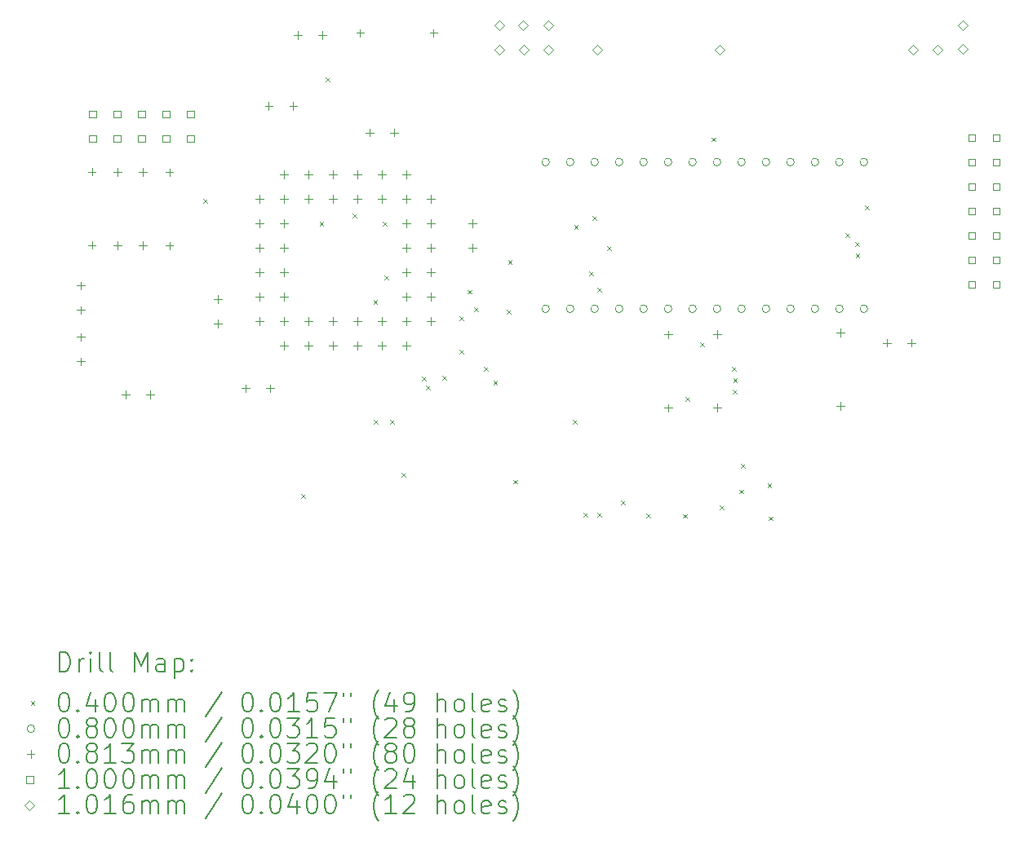
<source format=gbr>
%TF.GenerationSoftware,KiCad,Pcbnew,(6.0.7)*%
%TF.CreationDate,2022-11-17T13:34:49+00:00*%
%TF.ProjectId,msxpi,6d737870-692e-46b6-9963-61645f706362,rev?*%
%TF.SameCoordinates,Original*%
%TF.FileFunction,Drillmap*%
%TF.FilePolarity,Positive*%
%FSLAX45Y45*%
G04 Gerber Fmt 4.5, Leading zero omitted, Abs format (unit mm)*
G04 Created by KiCad (PCBNEW (6.0.7)) date 2022-11-17 13:34:49*
%MOMM*%
%LPD*%
G01*
G04 APERTURE LIST*
%ADD10C,0.200000*%
%ADD11C,0.040000*%
%ADD12C,0.080000*%
%ADD13C,0.081280*%
%ADD14C,0.100000*%
%ADD15C,0.101600*%
G04 APERTURE END LIST*
D10*
D11*
X11559860Y-9108760D02*
X11599860Y-9148760D01*
X11599860Y-9108760D02*
X11559860Y-9148760D01*
X12578400Y-12172000D02*
X12618400Y-12212000D01*
X12618400Y-12172000D02*
X12578400Y-12212000D01*
X12766360Y-9343530D02*
X12806360Y-9383530D01*
X12806360Y-9343530D02*
X12766360Y-9383530D01*
X12827320Y-7848920D02*
X12867320Y-7888920D01*
X12867320Y-7848920D02*
X12827320Y-7888920D01*
X13110820Y-9261160D02*
X13150820Y-9301160D01*
X13150820Y-9261160D02*
X13110820Y-9301160D01*
X13325160Y-10155240D02*
X13365160Y-10195240D01*
X13365160Y-10155240D02*
X13325160Y-10195240D01*
X13332780Y-11402380D02*
X13372780Y-11442380D01*
X13372780Y-11402380D02*
X13332780Y-11442380D01*
X13421680Y-9347520D02*
X13461680Y-9387520D01*
X13461680Y-9347520D02*
X13421680Y-9387520D01*
X13436920Y-9901240D02*
X13476920Y-9941240D01*
X13476920Y-9901240D02*
X13436920Y-9941240D01*
X13500420Y-11402380D02*
X13540420Y-11442380D01*
X13540420Y-11402380D02*
X13500420Y-11442380D01*
X13619122Y-11954238D02*
X13659122Y-11994238D01*
X13659122Y-11954238D02*
X13619122Y-11994238D01*
X13829319Y-10955112D02*
X13869319Y-10995112D01*
X13869319Y-10955112D02*
X13829319Y-10995112D01*
X13874094Y-11044830D02*
X13914094Y-11084830D01*
X13914094Y-11044830D02*
X13874094Y-11084830D01*
X14038900Y-10942640D02*
X14078900Y-10982640D01*
X14078900Y-10942640D02*
X14038900Y-10982640D01*
X14216700Y-10325420D02*
X14256700Y-10365420D01*
X14256700Y-10325420D02*
X14216700Y-10365420D01*
X14216700Y-10675940D02*
X14256700Y-10715940D01*
X14256700Y-10675940D02*
X14216700Y-10715940D01*
X14300520Y-10051100D02*
X14340520Y-10091100D01*
X14340520Y-10051100D02*
X14300520Y-10091100D01*
X14371640Y-10236520D02*
X14411640Y-10276520D01*
X14411640Y-10236520D02*
X14371640Y-10276520D01*
X14471970Y-10849930D02*
X14511970Y-10889930D01*
X14511970Y-10849930D02*
X14471970Y-10889930D01*
X14569760Y-10998520D02*
X14609760Y-11038520D01*
X14609760Y-10998520D02*
X14569760Y-11038520D01*
X14712000Y-10261920D02*
X14752000Y-10301920D01*
X14752000Y-10261920D02*
X14712000Y-10301920D01*
X14722160Y-9743760D02*
X14762160Y-9783760D01*
X14762160Y-9743760D02*
X14722160Y-9783760D01*
X14778040Y-12024680D02*
X14818040Y-12064680D01*
X14818040Y-12024680D02*
X14778040Y-12064680D01*
X15397800Y-11399840D02*
X15437800Y-11439840D01*
X15437800Y-11399840D02*
X15397800Y-11439840D01*
X15407960Y-9378000D02*
X15447960Y-9418000D01*
X15447960Y-9378000D02*
X15407960Y-9418000D01*
X15504480Y-12370120D02*
X15544480Y-12410120D01*
X15544480Y-12370120D02*
X15504480Y-12410120D01*
X15567980Y-9863140D02*
X15607980Y-9903140D01*
X15607980Y-9863140D02*
X15567980Y-9903140D01*
X15595920Y-9286560D02*
X15635920Y-9326560D01*
X15635920Y-9286560D02*
X15595920Y-9326560D01*
X15651800Y-10028240D02*
X15691800Y-10068240D01*
X15691800Y-10028240D02*
X15651800Y-10068240D01*
X15651800Y-12370120D02*
X15691800Y-12410120D01*
X15691800Y-12370120D02*
X15651800Y-12410120D01*
X15753400Y-9599470D02*
X15793400Y-9639470D01*
X15793400Y-9599470D02*
X15753400Y-9639470D01*
X15895640Y-12238040D02*
X15935640Y-12278040D01*
X15935640Y-12238040D02*
X15895640Y-12278040D01*
X16159800Y-12375200D02*
X16199800Y-12415200D01*
X16199800Y-12375200D02*
X16159800Y-12415200D01*
X16535720Y-12380280D02*
X16575720Y-12420280D01*
X16575720Y-12380280D02*
X16535720Y-12420280D01*
X16566200Y-11162730D02*
X16606200Y-11202730D01*
X16606200Y-11162730D02*
X16566200Y-11202730D01*
X16718600Y-10597200D02*
X16758600Y-10637200D01*
X16758600Y-10597200D02*
X16718600Y-10637200D01*
X16835440Y-8468680D02*
X16875440Y-8508680D01*
X16875440Y-8468680D02*
X16835440Y-8508680D01*
X16916720Y-12293920D02*
X16956720Y-12333920D01*
X16956720Y-12293920D02*
X16916720Y-12333920D01*
X17048800Y-10851200D02*
X17088800Y-10891200D01*
X17088800Y-10851200D02*
X17048800Y-10891200D01*
X17053880Y-11089960D02*
X17093880Y-11129960D01*
X17093880Y-11089960D02*
X17053880Y-11129960D01*
X17058960Y-10973120D02*
X17098960Y-11013120D01*
X17098960Y-10973120D02*
X17058960Y-11013120D01*
X17125000Y-12126280D02*
X17165000Y-12166280D01*
X17165000Y-12126280D02*
X17125000Y-12166280D01*
X17140240Y-11856990D02*
X17180240Y-11896990D01*
X17180240Y-11856990D02*
X17140240Y-11896990D01*
X17414560Y-12065320D02*
X17454560Y-12105320D01*
X17454560Y-12065320D02*
X17414560Y-12105320D01*
X17429800Y-12405680D02*
X17469800Y-12445680D01*
X17469800Y-12405680D02*
X17429800Y-12445680D01*
X18222280Y-9464360D02*
X18262280Y-9504360D01*
X18262280Y-9464360D02*
X18222280Y-9504360D01*
X18323880Y-9555800D02*
X18363880Y-9595800D01*
X18363880Y-9555800D02*
X18323880Y-9595800D01*
X18328960Y-9677720D02*
X18368960Y-9717720D01*
X18368960Y-9677720D02*
X18328960Y-9717720D01*
X18425480Y-9174800D02*
X18465480Y-9214800D01*
X18465480Y-9174800D02*
X18425480Y-9214800D01*
D12*
X15153000Y-8724900D02*
G75*
G03*
X15153000Y-8724900I-40000J0D01*
G01*
X15153000Y-10248900D02*
G75*
G03*
X15153000Y-10248900I-40000J0D01*
G01*
X15407000Y-8724900D02*
G75*
G03*
X15407000Y-8724900I-40000J0D01*
G01*
X15407000Y-10248900D02*
G75*
G03*
X15407000Y-10248900I-40000J0D01*
G01*
X15661000Y-8724900D02*
G75*
G03*
X15661000Y-8724900I-40000J0D01*
G01*
X15661000Y-10248900D02*
G75*
G03*
X15661000Y-10248900I-40000J0D01*
G01*
X15915000Y-8724900D02*
G75*
G03*
X15915000Y-8724900I-40000J0D01*
G01*
X15915000Y-10248900D02*
G75*
G03*
X15915000Y-10248900I-40000J0D01*
G01*
X16169000Y-8724900D02*
G75*
G03*
X16169000Y-8724900I-40000J0D01*
G01*
X16169000Y-10248900D02*
G75*
G03*
X16169000Y-10248900I-40000J0D01*
G01*
X16423000Y-8724900D02*
G75*
G03*
X16423000Y-8724900I-40000J0D01*
G01*
X16423000Y-10248900D02*
G75*
G03*
X16423000Y-10248900I-40000J0D01*
G01*
X16677000Y-8724900D02*
G75*
G03*
X16677000Y-8724900I-40000J0D01*
G01*
X16677000Y-10248900D02*
G75*
G03*
X16677000Y-10248900I-40000J0D01*
G01*
X16931000Y-8724900D02*
G75*
G03*
X16931000Y-8724900I-40000J0D01*
G01*
X16931000Y-10248900D02*
G75*
G03*
X16931000Y-10248900I-40000J0D01*
G01*
X17185000Y-8724900D02*
G75*
G03*
X17185000Y-8724900I-40000J0D01*
G01*
X17185000Y-10248900D02*
G75*
G03*
X17185000Y-10248900I-40000J0D01*
G01*
X17439000Y-8724900D02*
G75*
G03*
X17439000Y-8724900I-40000J0D01*
G01*
X17439000Y-10248900D02*
G75*
G03*
X17439000Y-10248900I-40000J0D01*
G01*
X17693000Y-8724900D02*
G75*
G03*
X17693000Y-8724900I-40000J0D01*
G01*
X17693000Y-10248900D02*
G75*
G03*
X17693000Y-10248900I-40000J0D01*
G01*
X17947000Y-8724900D02*
G75*
G03*
X17947000Y-8724900I-40000J0D01*
G01*
X17947000Y-10248900D02*
G75*
G03*
X17947000Y-10248900I-40000J0D01*
G01*
X18201000Y-8724900D02*
G75*
G03*
X18201000Y-8724900I-40000J0D01*
G01*
X18201000Y-10248900D02*
G75*
G03*
X18201000Y-10248900I-40000J0D01*
G01*
X18455000Y-8724900D02*
G75*
G03*
X18455000Y-8724900I-40000J0D01*
G01*
X18455000Y-10248900D02*
G75*
G03*
X18455000Y-10248900I-40000J0D01*
G01*
D13*
X10287000Y-9966960D02*
X10287000Y-10048240D01*
X10246360Y-10007600D02*
X10327640Y-10007600D01*
X10287000Y-10220960D02*
X10287000Y-10302240D01*
X10246360Y-10261600D02*
X10327640Y-10261600D01*
X10287000Y-10500360D02*
X10287000Y-10581640D01*
X10246360Y-10541000D02*
X10327640Y-10541000D01*
X10287000Y-10754360D02*
X10287000Y-10835640D01*
X10246360Y-10795000D02*
X10327640Y-10795000D01*
X10403840Y-8783320D02*
X10403840Y-8864600D01*
X10363200Y-8823960D02*
X10444480Y-8823960D01*
X10403840Y-9545320D02*
X10403840Y-9626600D01*
X10363200Y-9585960D02*
X10444480Y-9585960D01*
X10670540Y-8785860D02*
X10670540Y-8867140D01*
X10629900Y-8826500D02*
X10711180Y-8826500D01*
X10670540Y-9547860D02*
X10670540Y-9629140D01*
X10629900Y-9588500D02*
X10711180Y-9588500D01*
X10756900Y-11097260D02*
X10756900Y-11178540D01*
X10716260Y-11137900D02*
X10797540Y-11137900D01*
X10934700Y-8785860D02*
X10934700Y-8867140D01*
X10894060Y-8826500D02*
X10975340Y-8826500D01*
X10934700Y-9547860D02*
X10934700Y-9629140D01*
X10894060Y-9588500D02*
X10975340Y-9588500D01*
X11010900Y-11097260D02*
X11010900Y-11178540D01*
X10970260Y-11137900D02*
X11051540Y-11137900D01*
X11209020Y-8790940D02*
X11209020Y-8872220D01*
X11168380Y-8831580D02*
X11249660Y-8831580D01*
X11209020Y-9552940D02*
X11209020Y-9634220D01*
X11168380Y-9593580D02*
X11249660Y-9593580D01*
X11709400Y-10106660D02*
X11709400Y-10187940D01*
X11668760Y-10147300D02*
X11750040Y-10147300D01*
X11709400Y-10360660D02*
X11709400Y-10441940D01*
X11668760Y-10401300D02*
X11750040Y-10401300D01*
X12001500Y-11033760D02*
X12001500Y-11115040D01*
X11960860Y-11074400D02*
X12042140Y-11074400D01*
X12141200Y-9065260D02*
X12141200Y-9146540D01*
X12100560Y-9105900D02*
X12181840Y-9105900D01*
X12141200Y-9319260D02*
X12141200Y-9400540D01*
X12100560Y-9359900D02*
X12181840Y-9359900D01*
X12141200Y-9573260D02*
X12141200Y-9654540D01*
X12100560Y-9613900D02*
X12181840Y-9613900D01*
X12141200Y-9827260D02*
X12141200Y-9908540D01*
X12100560Y-9867900D02*
X12181840Y-9867900D01*
X12141200Y-10081260D02*
X12141200Y-10162540D01*
X12100560Y-10121900D02*
X12181840Y-10121900D01*
X12141200Y-10335260D02*
X12141200Y-10416540D01*
X12100560Y-10375900D02*
X12181840Y-10375900D01*
X12240260Y-8102600D02*
X12240260Y-8183880D01*
X12199620Y-8143240D02*
X12280900Y-8143240D01*
X12255500Y-11033760D02*
X12255500Y-11115040D01*
X12214860Y-11074400D02*
X12296140Y-11074400D01*
X12395200Y-8811260D02*
X12395200Y-8892540D01*
X12354560Y-8851900D02*
X12435840Y-8851900D01*
X12395200Y-9065260D02*
X12395200Y-9146540D01*
X12354560Y-9105900D02*
X12435840Y-9105900D01*
X12395200Y-9319260D02*
X12395200Y-9400540D01*
X12354560Y-9359900D02*
X12435840Y-9359900D01*
X12395200Y-9573260D02*
X12395200Y-9654540D01*
X12354560Y-9613900D02*
X12435840Y-9613900D01*
X12395200Y-9827260D02*
X12395200Y-9908540D01*
X12354560Y-9867900D02*
X12435840Y-9867900D01*
X12395200Y-10081260D02*
X12395200Y-10162540D01*
X12354560Y-10121900D02*
X12435840Y-10121900D01*
X12395200Y-10335260D02*
X12395200Y-10416540D01*
X12354560Y-10375900D02*
X12435840Y-10375900D01*
X12395200Y-10589260D02*
X12395200Y-10670540D01*
X12354560Y-10629900D02*
X12435840Y-10629900D01*
X12494260Y-8102600D02*
X12494260Y-8183880D01*
X12453620Y-8143240D02*
X12534900Y-8143240D01*
X12541250Y-7363460D02*
X12541250Y-7444740D01*
X12500610Y-7404100D02*
X12581890Y-7404100D01*
X12649200Y-8811260D02*
X12649200Y-8892540D01*
X12608560Y-8851900D02*
X12689840Y-8851900D01*
X12649200Y-9065260D02*
X12649200Y-9146540D01*
X12608560Y-9105900D02*
X12689840Y-9105900D01*
X12649200Y-10335260D02*
X12649200Y-10416540D01*
X12608560Y-10375900D02*
X12689840Y-10375900D01*
X12649200Y-10589260D02*
X12649200Y-10670540D01*
X12608560Y-10629900D02*
X12689840Y-10629900D01*
X12795250Y-7363460D02*
X12795250Y-7444740D01*
X12754610Y-7404100D02*
X12835890Y-7404100D01*
X12903200Y-8811260D02*
X12903200Y-8892540D01*
X12862560Y-8851900D02*
X12943840Y-8851900D01*
X12903200Y-9065260D02*
X12903200Y-9146540D01*
X12862560Y-9105900D02*
X12943840Y-9105900D01*
X12903200Y-10335260D02*
X12903200Y-10416540D01*
X12862560Y-10375900D02*
X12943840Y-10375900D01*
X12903200Y-10589260D02*
X12903200Y-10670540D01*
X12862560Y-10629900D02*
X12943840Y-10629900D01*
X13157200Y-8811260D02*
X13157200Y-8892540D01*
X13116560Y-8851900D02*
X13197840Y-8851900D01*
X13157200Y-9065260D02*
X13157200Y-9146540D01*
X13116560Y-9105900D02*
X13197840Y-9105900D01*
X13157200Y-10335260D02*
X13157200Y-10416540D01*
X13116560Y-10375900D02*
X13197840Y-10375900D01*
X13157200Y-10589260D02*
X13157200Y-10670540D01*
X13116560Y-10629900D02*
X13197840Y-10629900D01*
X13187680Y-7343140D02*
X13187680Y-7424420D01*
X13147040Y-7383780D02*
X13228320Y-7383780D01*
X13284200Y-8376920D02*
X13284200Y-8458200D01*
X13243560Y-8417560D02*
X13324840Y-8417560D01*
X13411200Y-8811260D02*
X13411200Y-8892540D01*
X13370560Y-8851900D02*
X13451840Y-8851900D01*
X13411200Y-9065260D02*
X13411200Y-9146540D01*
X13370560Y-9105900D02*
X13451840Y-9105900D01*
X13411200Y-10335260D02*
X13411200Y-10416540D01*
X13370560Y-10375900D02*
X13451840Y-10375900D01*
X13411200Y-10589260D02*
X13411200Y-10670540D01*
X13370560Y-10629900D02*
X13451840Y-10629900D01*
X13538200Y-8376920D02*
X13538200Y-8458200D01*
X13497560Y-8417560D02*
X13578840Y-8417560D01*
X13665200Y-8811260D02*
X13665200Y-8892540D01*
X13624560Y-8851900D02*
X13705840Y-8851900D01*
X13665200Y-9065260D02*
X13665200Y-9146540D01*
X13624560Y-9105900D02*
X13705840Y-9105900D01*
X13665200Y-9319260D02*
X13665200Y-9400540D01*
X13624560Y-9359900D02*
X13705840Y-9359900D01*
X13665200Y-9573260D02*
X13665200Y-9654540D01*
X13624560Y-9613900D02*
X13705840Y-9613900D01*
X13665200Y-9827260D02*
X13665200Y-9908540D01*
X13624560Y-9867900D02*
X13705840Y-9867900D01*
X13665200Y-10081260D02*
X13665200Y-10162540D01*
X13624560Y-10121900D02*
X13705840Y-10121900D01*
X13665200Y-10335260D02*
X13665200Y-10416540D01*
X13624560Y-10375900D02*
X13705840Y-10375900D01*
X13665200Y-10589260D02*
X13665200Y-10670540D01*
X13624560Y-10629900D02*
X13705840Y-10629900D01*
X13919200Y-9065260D02*
X13919200Y-9146540D01*
X13878560Y-9105900D02*
X13959840Y-9105900D01*
X13919200Y-9319260D02*
X13919200Y-9400540D01*
X13878560Y-9359900D02*
X13959840Y-9359900D01*
X13919200Y-9573260D02*
X13919200Y-9654540D01*
X13878560Y-9613900D02*
X13959840Y-9613900D01*
X13919200Y-9827260D02*
X13919200Y-9908540D01*
X13878560Y-9867900D02*
X13959840Y-9867900D01*
X13919200Y-10081260D02*
X13919200Y-10162540D01*
X13878560Y-10121900D02*
X13959840Y-10121900D01*
X13919200Y-10335260D02*
X13919200Y-10416540D01*
X13878560Y-10375900D02*
X13959840Y-10375900D01*
X13949680Y-7343140D02*
X13949680Y-7424420D01*
X13909040Y-7383780D02*
X13990320Y-7383780D01*
X14351000Y-9319260D02*
X14351000Y-9400540D01*
X14310360Y-9359900D02*
X14391640Y-9359900D01*
X14351000Y-9573260D02*
X14351000Y-9654540D01*
X14310360Y-9613900D02*
X14391640Y-9613900D01*
X16383000Y-10474960D02*
X16383000Y-10556240D01*
X16342360Y-10515600D02*
X16423640Y-10515600D01*
X16383000Y-11236960D02*
X16383000Y-11318240D01*
X16342360Y-11277600D02*
X16423640Y-11277600D01*
X16891000Y-10469880D02*
X16891000Y-10551160D01*
X16850360Y-10510520D02*
X16931640Y-10510520D01*
X16891000Y-11231880D02*
X16891000Y-11313160D01*
X16850360Y-11272520D02*
X16931640Y-11272520D01*
X18171160Y-10454640D02*
X18171160Y-10535920D01*
X18130520Y-10495280D02*
X18211800Y-10495280D01*
X18171160Y-11216640D02*
X18171160Y-11297920D01*
X18130520Y-11257280D02*
X18211800Y-11257280D01*
X18653760Y-10561320D02*
X18653760Y-10642600D01*
X18613120Y-10601960D02*
X18694400Y-10601960D01*
X18907760Y-10561320D02*
X18907760Y-10642600D01*
X18867120Y-10601960D02*
X18948400Y-10601960D01*
D14*
X10446816Y-8263206D02*
X10446816Y-8192494D01*
X10376104Y-8192494D01*
X10376104Y-8263206D01*
X10446816Y-8263206D01*
X10446816Y-8517206D02*
X10446816Y-8446494D01*
X10376104Y-8446494D01*
X10376104Y-8517206D01*
X10446816Y-8517206D01*
X10700816Y-8263206D02*
X10700816Y-8192494D01*
X10630104Y-8192494D01*
X10630104Y-8263206D01*
X10700816Y-8263206D01*
X10700816Y-8517206D02*
X10700816Y-8446494D01*
X10630104Y-8446494D01*
X10630104Y-8517206D01*
X10700816Y-8517206D01*
X10954816Y-8263206D02*
X10954816Y-8192494D01*
X10884104Y-8192494D01*
X10884104Y-8263206D01*
X10954816Y-8263206D01*
X10954816Y-8517206D02*
X10954816Y-8446494D01*
X10884104Y-8446494D01*
X10884104Y-8517206D01*
X10954816Y-8517206D01*
X11208816Y-8263206D02*
X11208816Y-8192494D01*
X11138104Y-8192494D01*
X11138104Y-8263206D01*
X11208816Y-8263206D01*
X11208816Y-8517206D02*
X11208816Y-8446494D01*
X11138104Y-8446494D01*
X11138104Y-8517206D01*
X11208816Y-8517206D01*
X11462816Y-8263206D02*
X11462816Y-8192494D01*
X11392104Y-8192494D01*
X11392104Y-8263206D01*
X11462816Y-8263206D01*
X11462816Y-8517206D02*
X11462816Y-8446494D01*
X11392104Y-8446494D01*
X11392104Y-8517206D01*
X11462816Y-8517206D01*
X19567456Y-8505756D02*
X19567456Y-8435044D01*
X19496744Y-8435044D01*
X19496744Y-8505756D01*
X19567456Y-8505756D01*
X19567456Y-8759756D02*
X19567456Y-8689044D01*
X19496744Y-8689044D01*
X19496744Y-8759756D01*
X19567456Y-8759756D01*
X19567456Y-9013756D02*
X19567456Y-8943044D01*
X19496744Y-8943044D01*
X19496744Y-9013756D01*
X19567456Y-9013756D01*
X19567456Y-9267756D02*
X19567456Y-9197044D01*
X19496744Y-9197044D01*
X19496744Y-9267756D01*
X19567456Y-9267756D01*
X19567456Y-9521756D02*
X19567456Y-9451044D01*
X19496744Y-9451044D01*
X19496744Y-9521756D01*
X19567456Y-9521756D01*
X19567456Y-9775756D02*
X19567456Y-9705044D01*
X19496744Y-9705044D01*
X19496744Y-9775756D01*
X19567456Y-9775756D01*
X19567456Y-10029756D02*
X19567456Y-9959044D01*
X19496744Y-9959044D01*
X19496744Y-10029756D01*
X19567456Y-10029756D01*
X19821456Y-8505756D02*
X19821456Y-8435044D01*
X19750744Y-8435044D01*
X19750744Y-8505756D01*
X19821456Y-8505756D01*
X19821456Y-8759756D02*
X19821456Y-8689044D01*
X19750744Y-8689044D01*
X19750744Y-8759756D01*
X19821456Y-8759756D01*
X19821456Y-9013756D02*
X19821456Y-8943044D01*
X19750744Y-8943044D01*
X19750744Y-9013756D01*
X19821456Y-9013756D01*
X19821456Y-9267756D02*
X19821456Y-9197044D01*
X19750744Y-9197044D01*
X19750744Y-9267756D01*
X19821456Y-9267756D01*
X19821456Y-9521756D02*
X19821456Y-9451044D01*
X19750744Y-9451044D01*
X19750744Y-9521756D01*
X19821456Y-9521756D01*
X19821456Y-9775756D02*
X19821456Y-9705044D01*
X19750744Y-9705044D01*
X19750744Y-9775756D01*
X19821456Y-9775756D01*
X19821456Y-10029756D02*
X19821456Y-9959044D01*
X19750744Y-9959044D01*
X19750744Y-10029756D01*
X19821456Y-10029756D01*
D15*
X14630400Y-7353300D02*
X14681200Y-7302500D01*
X14630400Y-7251700D01*
X14579600Y-7302500D01*
X14630400Y-7353300D01*
X14630400Y-7606646D02*
X14681200Y-7555846D01*
X14630400Y-7505046D01*
X14579600Y-7555846D01*
X14630400Y-7606646D01*
X14881860Y-7353300D02*
X14932660Y-7302500D01*
X14881860Y-7251700D01*
X14831060Y-7302500D01*
X14881860Y-7353300D01*
X14884400Y-7606646D02*
X14935200Y-7555846D01*
X14884400Y-7505046D01*
X14833600Y-7555846D01*
X14884400Y-7606646D01*
X15138400Y-7353300D02*
X15189200Y-7302500D01*
X15138400Y-7251700D01*
X15087600Y-7302500D01*
X15138400Y-7353300D01*
X15138400Y-7606646D02*
X15189200Y-7555846D01*
X15138400Y-7505046D01*
X15087600Y-7555846D01*
X15138400Y-7606646D01*
X15646400Y-7606646D02*
X15697200Y-7555846D01*
X15646400Y-7505046D01*
X15595600Y-7555846D01*
X15646400Y-7606646D01*
X16916400Y-7606646D02*
X16967200Y-7555846D01*
X16916400Y-7505046D01*
X16865600Y-7555846D01*
X16916400Y-7606646D01*
X18928494Y-7606646D02*
X18979294Y-7555846D01*
X18928494Y-7505046D01*
X18877694Y-7555846D01*
X18928494Y-7606646D01*
X19182494Y-7606646D02*
X19233294Y-7555846D01*
X19182494Y-7505046D01*
X19131694Y-7555846D01*
X19182494Y-7606646D01*
X19443700Y-7350760D02*
X19494500Y-7299960D01*
X19443700Y-7249160D01*
X19392900Y-7299960D01*
X19443700Y-7350760D01*
X19443700Y-7602220D02*
X19494500Y-7551420D01*
X19443700Y-7500620D01*
X19392900Y-7551420D01*
X19443700Y-7602220D01*
D10*
X10068419Y-14016476D02*
X10068419Y-13816476D01*
X10116038Y-13816476D01*
X10144610Y-13826000D01*
X10163657Y-13845048D01*
X10173181Y-13864095D01*
X10182705Y-13902190D01*
X10182705Y-13930762D01*
X10173181Y-13968857D01*
X10163657Y-13987905D01*
X10144610Y-14006952D01*
X10116038Y-14016476D01*
X10068419Y-14016476D01*
X10268419Y-14016476D02*
X10268419Y-13883143D01*
X10268419Y-13921238D02*
X10277943Y-13902190D01*
X10287467Y-13892667D01*
X10306514Y-13883143D01*
X10325562Y-13883143D01*
X10392229Y-14016476D02*
X10392229Y-13883143D01*
X10392229Y-13816476D02*
X10382705Y-13826000D01*
X10392229Y-13835524D01*
X10401752Y-13826000D01*
X10392229Y-13816476D01*
X10392229Y-13835524D01*
X10516038Y-14016476D02*
X10496990Y-14006952D01*
X10487467Y-13987905D01*
X10487467Y-13816476D01*
X10620800Y-14016476D02*
X10601752Y-14006952D01*
X10592229Y-13987905D01*
X10592229Y-13816476D01*
X10849371Y-14016476D02*
X10849371Y-13816476D01*
X10916038Y-13959333D01*
X10982705Y-13816476D01*
X10982705Y-14016476D01*
X11163657Y-14016476D02*
X11163657Y-13911714D01*
X11154133Y-13892667D01*
X11135086Y-13883143D01*
X11096990Y-13883143D01*
X11077943Y-13892667D01*
X11163657Y-14006952D02*
X11144610Y-14016476D01*
X11096990Y-14016476D01*
X11077943Y-14006952D01*
X11068419Y-13987905D01*
X11068419Y-13968857D01*
X11077943Y-13949809D01*
X11096990Y-13940286D01*
X11144610Y-13940286D01*
X11163657Y-13930762D01*
X11258895Y-13883143D02*
X11258895Y-14083143D01*
X11258895Y-13892667D02*
X11277943Y-13883143D01*
X11316038Y-13883143D01*
X11335086Y-13892667D01*
X11344609Y-13902190D01*
X11354133Y-13921238D01*
X11354133Y-13978381D01*
X11344609Y-13997428D01*
X11335086Y-14006952D01*
X11316038Y-14016476D01*
X11277943Y-14016476D01*
X11258895Y-14006952D01*
X11439848Y-13997428D02*
X11449371Y-14006952D01*
X11439848Y-14016476D01*
X11430324Y-14006952D01*
X11439848Y-13997428D01*
X11439848Y-14016476D01*
X11439848Y-13892667D02*
X11449371Y-13902190D01*
X11439848Y-13911714D01*
X11430324Y-13902190D01*
X11439848Y-13892667D01*
X11439848Y-13911714D01*
D11*
X9770800Y-14326000D02*
X9810800Y-14366000D01*
X9810800Y-14326000D02*
X9770800Y-14366000D01*
D10*
X10106514Y-14236476D02*
X10125562Y-14236476D01*
X10144610Y-14246000D01*
X10154133Y-14255524D01*
X10163657Y-14274571D01*
X10173181Y-14312667D01*
X10173181Y-14360286D01*
X10163657Y-14398381D01*
X10154133Y-14417428D01*
X10144610Y-14426952D01*
X10125562Y-14436476D01*
X10106514Y-14436476D01*
X10087467Y-14426952D01*
X10077943Y-14417428D01*
X10068419Y-14398381D01*
X10058895Y-14360286D01*
X10058895Y-14312667D01*
X10068419Y-14274571D01*
X10077943Y-14255524D01*
X10087467Y-14246000D01*
X10106514Y-14236476D01*
X10258895Y-14417428D02*
X10268419Y-14426952D01*
X10258895Y-14436476D01*
X10249371Y-14426952D01*
X10258895Y-14417428D01*
X10258895Y-14436476D01*
X10439848Y-14303143D02*
X10439848Y-14436476D01*
X10392229Y-14226952D02*
X10344610Y-14369809D01*
X10468419Y-14369809D01*
X10582705Y-14236476D02*
X10601752Y-14236476D01*
X10620800Y-14246000D01*
X10630324Y-14255524D01*
X10639848Y-14274571D01*
X10649371Y-14312667D01*
X10649371Y-14360286D01*
X10639848Y-14398381D01*
X10630324Y-14417428D01*
X10620800Y-14426952D01*
X10601752Y-14436476D01*
X10582705Y-14436476D01*
X10563657Y-14426952D01*
X10554133Y-14417428D01*
X10544610Y-14398381D01*
X10535086Y-14360286D01*
X10535086Y-14312667D01*
X10544610Y-14274571D01*
X10554133Y-14255524D01*
X10563657Y-14246000D01*
X10582705Y-14236476D01*
X10773181Y-14236476D02*
X10792229Y-14236476D01*
X10811276Y-14246000D01*
X10820800Y-14255524D01*
X10830324Y-14274571D01*
X10839848Y-14312667D01*
X10839848Y-14360286D01*
X10830324Y-14398381D01*
X10820800Y-14417428D01*
X10811276Y-14426952D01*
X10792229Y-14436476D01*
X10773181Y-14436476D01*
X10754133Y-14426952D01*
X10744610Y-14417428D01*
X10735086Y-14398381D01*
X10725562Y-14360286D01*
X10725562Y-14312667D01*
X10735086Y-14274571D01*
X10744610Y-14255524D01*
X10754133Y-14246000D01*
X10773181Y-14236476D01*
X10925562Y-14436476D02*
X10925562Y-14303143D01*
X10925562Y-14322190D02*
X10935086Y-14312667D01*
X10954133Y-14303143D01*
X10982705Y-14303143D01*
X11001752Y-14312667D01*
X11011276Y-14331714D01*
X11011276Y-14436476D01*
X11011276Y-14331714D02*
X11020800Y-14312667D01*
X11039848Y-14303143D01*
X11068419Y-14303143D01*
X11087467Y-14312667D01*
X11096990Y-14331714D01*
X11096990Y-14436476D01*
X11192228Y-14436476D02*
X11192228Y-14303143D01*
X11192228Y-14322190D02*
X11201752Y-14312667D01*
X11220800Y-14303143D01*
X11249371Y-14303143D01*
X11268419Y-14312667D01*
X11277943Y-14331714D01*
X11277943Y-14436476D01*
X11277943Y-14331714D02*
X11287467Y-14312667D01*
X11306514Y-14303143D01*
X11335086Y-14303143D01*
X11354133Y-14312667D01*
X11363657Y-14331714D01*
X11363657Y-14436476D01*
X11754133Y-14226952D02*
X11582705Y-14484095D01*
X12011276Y-14236476D02*
X12030324Y-14236476D01*
X12049371Y-14246000D01*
X12058895Y-14255524D01*
X12068419Y-14274571D01*
X12077943Y-14312667D01*
X12077943Y-14360286D01*
X12068419Y-14398381D01*
X12058895Y-14417428D01*
X12049371Y-14426952D01*
X12030324Y-14436476D01*
X12011276Y-14436476D01*
X11992228Y-14426952D01*
X11982705Y-14417428D01*
X11973181Y-14398381D01*
X11963657Y-14360286D01*
X11963657Y-14312667D01*
X11973181Y-14274571D01*
X11982705Y-14255524D01*
X11992228Y-14246000D01*
X12011276Y-14236476D01*
X12163657Y-14417428D02*
X12173181Y-14426952D01*
X12163657Y-14436476D01*
X12154133Y-14426952D01*
X12163657Y-14417428D01*
X12163657Y-14436476D01*
X12296990Y-14236476D02*
X12316038Y-14236476D01*
X12335086Y-14246000D01*
X12344609Y-14255524D01*
X12354133Y-14274571D01*
X12363657Y-14312667D01*
X12363657Y-14360286D01*
X12354133Y-14398381D01*
X12344609Y-14417428D01*
X12335086Y-14426952D01*
X12316038Y-14436476D01*
X12296990Y-14436476D01*
X12277943Y-14426952D01*
X12268419Y-14417428D01*
X12258895Y-14398381D01*
X12249371Y-14360286D01*
X12249371Y-14312667D01*
X12258895Y-14274571D01*
X12268419Y-14255524D01*
X12277943Y-14246000D01*
X12296990Y-14236476D01*
X12554133Y-14436476D02*
X12439848Y-14436476D01*
X12496990Y-14436476D02*
X12496990Y-14236476D01*
X12477943Y-14265048D01*
X12458895Y-14284095D01*
X12439848Y-14293619D01*
X12735086Y-14236476D02*
X12639848Y-14236476D01*
X12630324Y-14331714D01*
X12639848Y-14322190D01*
X12658895Y-14312667D01*
X12706514Y-14312667D01*
X12725562Y-14322190D01*
X12735086Y-14331714D01*
X12744609Y-14350762D01*
X12744609Y-14398381D01*
X12735086Y-14417428D01*
X12725562Y-14426952D01*
X12706514Y-14436476D01*
X12658895Y-14436476D01*
X12639848Y-14426952D01*
X12630324Y-14417428D01*
X12811276Y-14236476D02*
X12944609Y-14236476D01*
X12858895Y-14436476D01*
X13011276Y-14236476D02*
X13011276Y-14274571D01*
X13087467Y-14236476D02*
X13087467Y-14274571D01*
X13382705Y-14512667D02*
X13373181Y-14503143D01*
X13354133Y-14474571D01*
X13344609Y-14455524D01*
X13335086Y-14426952D01*
X13325562Y-14379333D01*
X13325562Y-14341238D01*
X13335086Y-14293619D01*
X13344609Y-14265048D01*
X13354133Y-14246000D01*
X13373181Y-14217428D01*
X13382705Y-14207905D01*
X13544609Y-14303143D02*
X13544609Y-14436476D01*
X13496990Y-14226952D02*
X13449371Y-14369809D01*
X13573181Y-14369809D01*
X13658895Y-14436476D02*
X13696990Y-14436476D01*
X13716038Y-14426952D01*
X13725562Y-14417428D01*
X13744609Y-14388857D01*
X13754133Y-14350762D01*
X13754133Y-14274571D01*
X13744609Y-14255524D01*
X13735086Y-14246000D01*
X13716038Y-14236476D01*
X13677943Y-14236476D01*
X13658895Y-14246000D01*
X13649371Y-14255524D01*
X13639848Y-14274571D01*
X13639848Y-14322190D01*
X13649371Y-14341238D01*
X13658895Y-14350762D01*
X13677943Y-14360286D01*
X13716038Y-14360286D01*
X13735086Y-14350762D01*
X13744609Y-14341238D01*
X13754133Y-14322190D01*
X13992228Y-14436476D02*
X13992228Y-14236476D01*
X14077943Y-14436476D02*
X14077943Y-14331714D01*
X14068419Y-14312667D01*
X14049371Y-14303143D01*
X14020800Y-14303143D01*
X14001752Y-14312667D01*
X13992228Y-14322190D01*
X14201752Y-14436476D02*
X14182705Y-14426952D01*
X14173181Y-14417428D01*
X14163657Y-14398381D01*
X14163657Y-14341238D01*
X14173181Y-14322190D01*
X14182705Y-14312667D01*
X14201752Y-14303143D01*
X14230324Y-14303143D01*
X14249371Y-14312667D01*
X14258895Y-14322190D01*
X14268419Y-14341238D01*
X14268419Y-14398381D01*
X14258895Y-14417428D01*
X14249371Y-14426952D01*
X14230324Y-14436476D01*
X14201752Y-14436476D01*
X14382705Y-14436476D02*
X14363657Y-14426952D01*
X14354133Y-14407905D01*
X14354133Y-14236476D01*
X14535086Y-14426952D02*
X14516038Y-14436476D01*
X14477943Y-14436476D01*
X14458895Y-14426952D01*
X14449371Y-14407905D01*
X14449371Y-14331714D01*
X14458895Y-14312667D01*
X14477943Y-14303143D01*
X14516038Y-14303143D01*
X14535086Y-14312667D01*
X14544609Y-14331714D01*
X14544609Y-14350762D01*
X14449371Y-14369809D01*
X14620800Y-14426952D02*
X14639848Y-14436476D01*
X14677943Y-14436476D01*
X14696990Y-14426952D01*
X14706514Y-14407905D01*
X14706514Y-14398381D01*
X14696990Y-14379333D01*
X14677943Y-14369809D01*
X14649371Y-14369809D01*
X14630324Y-14360286D01*
X14620800Y-14341238D01*
X14620800Y-14331714D01*
X14630324Y-14312667D01*
X14649371Y-14303143D01*
X14677943Y-14303143D01*
X14696990Y-14312667D01*
X14773181Y-14512667D02*
X14782705Y-14503143D01*
X14801752Y-14474571D01*
X14811276Y-14455524D01*
X14820800Y-14426952D01*
X14830324Y-14379333D01*
X14830324Y-14341238D01*
X14820800Y-14293619D01*
X14811276Y-14265048D01*
X14801752Y-14246000D01*
X14782705Y-14217428D01*
X14773181Y-14207905D01*
D12*
X9810800Y-14610000D02*
G75*
G03*
X9810800Y-14610000I-40000J0D01*
G01*
D10*
X10106514Y-14500476D02*
X10125562Y-14500476D01*
X10144610Y-14510000D01*
X10154133Y-14519524D01*
X10163657Y-14538571D01*
X10173181Y-14576667D01*
X10173181Y-14624286D01*
X10163657Y-14662381D01*
X10154133Y-14681428D01*
X10144610Y-14690952D01*
X10125562Y-14700476D01*
X10106514Y-14700476D01*
X10087467Y-14690952D01*
X10077943Y-14681428D01*
X10068419Y-14662381D01*
X10058895Y-14624286D01*
X10058895Y-14576667D01*
X10068419Y-14538571D01*
X10077943Y-14519524D01*
X10087467Y-14510000D01*
X10106514Y-14500476D01*
X10258895Y-14681428D02*
X10268419Y-14690952D01*
X10258895Y-14700476D01*
X10249371Y-14690952D01*
X10258895Y-14681428D01*
X10258895Y-14700476D01*
X10382705Y-14586190D02*
X10363657Y-14576667D01*
X10354133Y-14567143D01*
X10344610Y-14548095D01*
X10344610Y-14538571D01*
X10354133Y-14519524D01*
X10363657Y-14510000D01*
X10382705Y-14500476D01*
X10420800Y-14500476D01*
X10439848Y-14510000D01*
X10449371Y-14519524D01*
X10458895Y-14538571D01*
X10458895Y-14548095D01*
X10449371Y-14567143D01*
X10439848Y-14576667D01*
X10420800Y-14586190D01*
X10382705Y-14586190D01*
X10363657Y-14595714D01*
X10354133Y-14605238D01*
X10344610Y-14624286D01*
X10344610Y-14662381D01*
X10354133Y-14681428D01*
X10363657Y-14690952D01*
X10382705Y-14700476D01*
X10420800Y-14700476D01*
X10439848Y-14690952D01*
X10449371Y-14681428D01*
X10458895Y-14662381D01*
X10458895Y-14624286D01*
X10449371Y-14605238D01*
X10439848Y-14595714D01*
X10420800Y-14586190D01*
X10582705Y-14500476D02*
X10601752Y-14500476D01*
X10620800Y-14510000D01*
X10630324Y-14519524D01*
X10639848Y-14538571D01*
X10649371Y-14576667D01*
X10649371Y-14624286D01*
X10639848Y-14662381D01*
X10630324Y-14681428D01*
X10620800Y-14690952D01*
X10601752Y-14700476D01*
X10582705Y-14700476D01*
X10563657Y-14690952D01*
X10554133Y-14681428D01*
X10544610Y-14662381D01*
X10535086Y-14624286D01*
X10535086Y-14576667D01*
X10544610Y-14538571D01*
X10554133Y-14519524D01*
X10563657Y-14510000D01*
X10582705Y-14500476D01*
X10773181Y-14500476D02*
X10792229Y-14500476D01*
X10811276Y-14510000D01*
X10820800Y-14519524D01*
X10830324Y-14538571D01*
X10839848Y-14576667D01*
X10839848Y-14624286D01*
X10830324Y-14662381D01*
X10820800Y-14681428D01*
X10811276Y-14690952D01*
X10792229Y-14700476D01*
X10773181Y-14700476D01*
X10754133Y-14690952D01*
X10744610Y-14681428D01*
X10735086Y-14662381D01*
X10725562Y-14624286D01*
X10725562Y-14576667D01*
X10735086Y-14538571D01*
X10744610Y-14519524D01*
X10754133Y-14510000D01*
X10773181Y-14500476D01*
X10925562Y-14700476D02*
X10925562Y-14567143D01*
X10925562Y-14586190D02*
X10935086Y-14576667D01*
X10954133Y-14567143D01*
X10982705Y-14567143D01*
X11001752Y-14576667D01*
X11011276Y-14595714D01*
X11011276Y-14700476D01*
X11011276Y-14595714D02*
X11020800Y-14576667D01*
X11039848Y-14567143D01*
X11068419Y-14567143D01*
X11087467Y-14576667D01*
X11096990Y-14595714D01*
X11096990Y-14700476D01*
X11192228Y-14700476D02*
X11192228Y-14567143D01*
X11192228Y-14586190D02*
X11201752Y-14576667D01*
X11220800Y-14567143D01*
X11249371Y-14567143D01*
X11268419Y-14576667D01*
X11277943Y-14595714D01*
X11277943Y-14700476D01*
X11277943Y-14595714D02*
X11287467Y-14576667D01*
X11306514Y-14567143D01*
X11335086Y-14567143D01*
X11354133Y-14576667D01*
X11363657Y-14595714D01*
X11363657Y-14700476D01*
X11754133Y-14490952D02*
X11582705Y-14748095D01*
X12011276Y-14500476D02*
X12030324Y-14500476D01*
X12049371Y-14510000D01*
X12058895Y-14519524D01*
X12068419Y-14538571D01*
X12077943Y-14576667D01*
X12077943Y-14624286D01*
X12068419Y-14662381D01*
X12058895Y-14681428D01*
X12049371Y-14690952D01*
X12030324Y-14700476D01*
X12011276Y-14700476D01*
X11992228Y-14690952D01*
X11982705Y-14681428D01*
X11973181Y-14662381D01*
X11963657Y-14624286D01*
X11963657Y-14576667D01*
X11973181Y-14538571D01*
X11982705Y-14519524D01*
X11992228Y-14510000D01*
X12011276Y-14500476D01*
X12163657Y-14681428D02*
X12173181Y-14690952D01*
X12163657Y-14700476D01*
X12154133Y-14690952D01*
X12163657Y-14681428D01*
X12163657Y-14700476D01*
X12296990Y-14500476D02*
X12316038Y-14500476D01*
X12335086Y-14510000D01*
X12344609Y-14519524D01*
X12354133Y-14538571D01*
X12363657Y-14576667D01*
X12363657Y-14624286D01*
X12354133Y-14662381D01*
X12344609Y-14681428D01*
X12335086Y-14690952D01*
X12316038Y-14700476D01*
X12296990Y-14700476D01*
X12277943Y-14690952D01*
X12268419Y-14681428D01*
X12258895Y-14662381D01*
X12249371Y-14624286D01*
X12249371Y-14576667D01*
X12258895Y-14538571D01*
X12268419Y-14519524D01*
X12277943Y-14510000D01*
X12296990Y-14500476D01*
X12430324Y-14500476D02*
X12554133Y-14500476D01*
X12487467Y-14576667D01*
X12516038Y-14576667D01*
X12535086Y-14586190D01*
X12544609Y-14595714D01*
X12554133Y-14614762D01*
X12554133Y-14662381D01*
X12544609Y-14681428D01*
X12535086Y-14690952D01*
X12516038Y-14700476D01*
X12458895Y-14700476D01*
X12439848Y-14690952D01*
X12430324Y-14681428D01*
X12744609Y-14700476D02*
X12630324Y-14700476D01*
X12687467Y-14700476D02*
X12687467Y-14500476D01*
X12668419Y-14529048D01*
X12649371Y-14548095D01*
X12630324Y-14557619D01*
X12925562Y-14500476D02*
X12830324Y-14500476D01*
X12820800Y-14595714D01*
X12830324Y-14586190D01*
X12849371Y-14576667D01*
X12896990Y-14576667D01*
X12916038Y-14586190D01*
X12925562Y-14595714D01*
X12935086Y-14614762D01*
X12935086Y-14662381D01*
X12925562Y-14681428D01*
X12916038Y-14690952D01*
X12896990Y-14700476D01*
X12849371Y-14700476D01*
X12830324Y-14690952D01*
X12820800Y-14681428D01*
X13011276Y-14500476D02*
X13011276Y-14538571D01*
X13087467Y-14500476D02*
X13087467Y-14538571D01*
X13382705Y-14776667D02*
X13373181Y-14767143D01*
X13354133Y-14738571D01*
X13344609Y-14719524D01*
X13335086Y-14690952D01*
X13325562Y-14643333D01*
X13325562Y-14605238D01*
X13335086Y-14557619D01*
X13344609Y-14529048D01*
X13354133Y-14510000D01*
X13373181Y-14481428D01*
X13382705Y-14471905D01*
X13449371Y-14519524D02*
X13458895Y-14510000D01*
X13477943Y-14500476D01*
X13525562Y-14500476D01*
X13544609Y-14510000D01*
X13554133Y-14519524D01*
X13563657Y-14538571D01*
X13563657Y-14557619D01*
X13554133Y-14586190D01*
X13439848Y-14700476D01*
X13563657Y-14700476D01*
X13677943Y-14586190D02*
X13658895Y-14576667D01*
X13649371Y-14567143D01*
X13639848Y-14548095D01*
X13639848Y-14538571D01*
X13649371Y-14519524D01*
X13658895Y-14510000D01*
X13677943Y-14500476D01*
X13716038Y-14500476D01*
X13735086Y-14510000D01*
X13744609Y-14519524D01*
X13754133Y-14538571D01*
X13754133Y-14548095D01*
X13744609Y-14567143D01*
X13735086Y-14576667D01*
X13716038Y-14586190D01*
X13677943Y-14586190D01*
X13658895Y-14595714D01*
X13649371Y-14605238D01*
X13639848Y-14624286D01*
X13639848Y-14662381D01*
X13649371Y-14681428D01*
X13658895Y-14690952D01*
X13677943Y-14700476D01*
X13716038Y-14700476D01*
X13735086Y-14690952D01*
X13744609Y-14681428D01*
X13754133Y-14662381D01*
X13754133Y-14624286D01*
X13744609Y-14605238D01*
X13735086Y-14595714D01*
X13716038Y-14586190D01*
X13992228Y-14700476D02*
X13992228Y-14500476D01*
X14077943Y-14700476D02*
X14077943Y-14595714D01*
X14068419Y-14576667D01*
X14049371Y-14567143D01*
X14020800Y-14567143D01*
X14001752Y-14576667D01*
X13992228Y-14586190D01*
X14201752Y-14700476D02*
X14182705Y-14690952D01*
X14173181Y-14681428D01*
X14163657Y-14662381D01*
X14163657Y-14605238D01*
X14173181Y-14586190D01*
X14182705Y-14576667D01*
X14201752Y-14567143D01*
X14230324Y-14567143D01*
X14249371Y-14576667D01*
X14258895Y-14586190D01*
X14268419Y-14605238D01*
X14268419Y-14662381D01*
X14258895Y-14681428D01*
X14249371Y-14690952D01*
X14230324Y-14700476D01*
X14201752Y-14700476D01*
X14382705Y-14700476D02*
X14363657Y-14690952D01*
X14354133Y-14671905D01*
X14354133Y-14500476D01*
X14535086Y-14690952D02*
X14516038Y-14700476D01*
X14477943Y-14700476D01*
X14458895Y-14690952D01*
X14449371Y-14671905D01*
X14449371Y-14595714D01*
X14458895Y-14576667D01*
X14477943Y-14567143D01*
X14516038Y-14567143D01*
X14535086Y-14576667D01*
X14544609Y-14595714D01*
X14544609Y-14614762D01*
X14449371Y-14633809D01*
X14620800Y-14690952D02*
X14639848Y-14700476D01*
X14677943Y-14700476D01*
X14696990Y-14690952D01*
X14706514Y-14671905D01*
X14706514Y-14662381D01*
X14696990Y-14643333D01*
X14677943Y-14633809D01*
X14649371Y-14633809D01*
X14630324Y-14624286D01*
X14620800Y-14605238D01*
X14620800Y-14595714D01*
X14630324Y-14576667D01*
X14649371Y-14567143D01*
X14677943Y-14567143D01*
X14696990Y-14576667D01*
X14773181Y-14776667D02*
X14782705Y-14767143D01*
X14801752Y-14738571D01*
X14811276Y-14719524D01*
X14820800Y-14690952D01*
X14830324Y-14643333D01*
X14830324Y-14605238D01*
X14820800Y-14557619D01*
X14811276Y-14529048D01*
X14801752Y-14510000D01*
X14782705Y-14481428D01*
X14773181Y-14471905D01*
D13*
X9770160Y-14833360D02*
X9770160Y-14914640D01*
X9729520Y-14874000D02*
X9810800Y-14874000D01*
D10*
X10106514Y-14764476D02*
X10125562Y-14764476D01*
X10144610Y-14774000D01*
X10154133Y-14783524D01*
X10163657Y-14802571D01*
X10173181Y-14840667D01*
X10173181Y-14888286D01*
X10163657Y-14926381D01*
X10154133Y-14945428D01*
X10144610Y-14954952D01*
X10125562Y-14964476D01*
X10106514Y-14964476D01*
X10087467Y-14954952D01*
X10077943Y-14945428D01*
X10068419Y-14926381D01*
X10058895Y-14888286D01*
X10058895Y-14840667D01*
X10068419Y-14802571D01*
X10077943Y-14783524D01*
X10087467Y-14774000D01*
X10106514Y-14764476D01*
X10258895Y-14945428D02*
X10268419Y-14954952D01*
X10258895Y-14964476D01*
X10249371Y-14954952D01*
X10258895Y-14945428D01*
X10258895Y-14964476D01*
X10382705Y-14850190D02*
X10363657Y-14840667D01*
X10354133Y-14831143D01*
X10344610Y-14812095D01*
X10344610Y-14802571D01*
X10354133Y-14783524D01*
X10363657Y-14774000D01*
X10382705Y-14764476D01*
X10420800Y-14764476D01*
X10439848Y-14774000D01*
X10449371Y-14783524D01*
X10458895Y-14802571D01*
X10458895Y-14812095D01*
X10449371Y-14831143D01*
X10439848Y-14840667D01*
X10420800Y-14850190D01*
X10382705Y-14850190D01*
X10363657Y-14859714D01*
X10354133Y-14869238D01*
X10344610Y-14888286D01*
X10344610Y-14926381D01*
X10354133Y-14945428D01*
X10363657Y-14954952D01*
X10382705Y-14964476D01*
X10420800Y-14964476D01*
X10439848Y-14954952D01*
X10449371Y-14945428D01*
X10458895Y-14926381D01*
X10458895Y-14888286D01*
X10449371Y-14869238D01*
X10439848Y-14859714D01*
X10420800Y-14850190D01*
X10649371Y-14964476D02*
X10535086Y-14964476D01*
X10592229Y-14964476D02*
X10592229Y-14764476D01*
X10573181Y-14793048D01*
X10554133Y-14812095D01*
X10535086Y-14821619D01*
X10716038Y-14764476D02*
X10839848Y-14764476D01*
X10773181Y-14840667D01*
X10801752Y-14840667D01*
X10820800Y-14850190D01*
X10830324Y-14859714D01*
X10839848Y-14878762D01*
X10839848Y-14926381D01*
X10830324Y-14945428D01*
X10820800Y-14954952D01*
X10801752Y-14964476D01*
X10744610Y-14964476D01*
X10725562Y-14954952D01*
X10716038Y-14945428D01*
X10925562Y-14964476D02*
X10925562Y-14831143D01*
X10925562Y-14850190D02*
X10935086Y-14840667D01*
X10954133Y-14831143D01*
X10982705Y-14831143D01*
X11001752Y-14840667D01*
X11011276Y-14859714D01*
X11011276Y-14964476D01*
X11011276Y-14859714D02*
X11020800Y-14840667D01*
X11039848Y-14831143D01*
X11068419Y-14831143D01*
X11087467Y-14840667D01*
X11096990Y-14859714D01*
X11096990Y-14964476D01*
X11192228Y-14964476D02*
X11192228Y-14831143D01*
X11192228Y-14850190D02*
X11201752Y-14840667D01*
X11220800Y-14831143D01*
X11249371Y-14831143D01*
X11268419Y-14840667D01*
X11277943Y-14859714D01*
X11277943Y-14964476D01*
X11277943Y-14859714D02*
X11287467Y-14840667D01*
X11306514Y-14831143D01*
X11335086Y-14831143D01*
X11354133Y-14840667D01*
X11363657Y-14859714D01*
X11363657Y-14964476D01*
X11754133Y-14754952D02*
X11582705Y-15012095D01*
X12011276Y-14764476D02*
X12030324Y-14764476D01*
X12049371Y-14774000D01*
X12058895Y-14783524D01*
X12068419Y-14802571D01*
X12077943Y-14840667D01*
X12077943Y-14888286D01*
X12068419Y-14926381D01*
X12058895Y-14945428D01*
X12049371Y-14954952D01*
X12030324Y-14964476D01*
X12011276Y-14964476D01*
X11992228Y-14954952D01*
X11982705Y-14945428D01*
X11973181Y-14926381D01*
X11963657Y-14888286D01*
X11963657Y-14840667D01*
X11973181Y-14802571D01*
X11982705Y-14783524D01*
X11992228Y-14774000D01*
X12011276Y-14764476D01*
X12163657Y-14945428D02*
X12173181Y-14954952D01*
X12163657Y-14964476D01*
X12154133Y-14954952D01*
X12163657Y-14945428D01*
X12163657Y-14964476D01*
X12296990Y-14764476D02*
X12316038Y-14764476D01*
X12335086Y-14774000D01*
X12344609Y-14783524D01*
X12354133Y-14802571D01*
X12363657Y-14840667D01*
X12363657Y-14888286D01*
X12354133Y-14926381D01*
X12344609Y-14945428D01*
X12335086Y-14954952D01*
X12316038Y-14964476D01*
X12296990Y-14964476D01*
X12277943Y-14954952D01*
X12268419Y-14945428D01*
X12258895Y-14926381D01*
X12249371Y-14888286D01*
X12249371Y-14840667D01*
X12258895Y-14802571D01*
X12268419Y-14783524D01*
X12277943Y-14774000D01*
X12296990Y-14764476D01*
X12430324Y-14764476D02*
X12554133Y-14764476D01*
X12487467Y-14840667D01*
X12516038Y-14840667D01*
X12535086Y-14850190D01*
X12544609Y-14859714D01*
X12554133Y-14878762D01*
X12554133Y-14926381D01*
X12544609Y-14945428D01*
X12535086Y-14954952D01*
X12516038Y-14964476D01*
X12458895Y-14964476D01*
X12439848Y-14954952D01*
X12430324Y-14945428D01*
X12630324Y-14783524D02*
X12639848Y-14774000D01*
X12658895Y-14764476D01*
X12706514Y-14764476D01*
X12725562Y-14774000D01*
X12735086Y-14783524D01*
X12744609Y-14802571D01*
X12744609Y-14821619D01*
X12735086Y-14850190D01*
X12620800Y-14964476D01*
X12744609Y-14964476D01*
X12868419Y-14764476D02*
X12887467Y-14764476D01*
X12906514Y-14774000D01*
X12916038Y-14783524D01*
X12925562Y-14802571D01*
X12935086Y-14840667D01*
X12935086Y-14888286D01*
X12925562Y-14926381D01*
X12916038Y-14945428D01*
X12906514Y-14954952D01*
X12887467Y-14964476D01*
X12868419Y-14964476D01*
X12849371Y-14954952D01*
X12839848Y-14945428D01*
X12830324Y-14926381D01*
X12820800Y-14888286D01*
X12820800Y-14840667D01*
X12830324Y-14802571D01*
X12839848Y-14783524D01*
X12849371Y-14774000D01*
X12868419Y-14764476D01*
X13011276Y-14764476D02*
X13011276Y-14802571D01*
X13087467Y-14764476D02*
X13087467Y-14802571D01*
X13382705Y-15040667D02*
X13373181Y-15031143D01*
X13354133Y-15002571D01*
X13344609Y-14983524D01*
X13335086Y-14954952D01*
X13325562Y-14907333D01*
X13325562Y-14869238D01*
X13335086Y-14821619D01*
X13344609Y-14793048D01*
X13354133Y-14774000D01*
X13373181Y-14745428D01*
X13382705Y-14735905D01*
X13487467Y-14850190D02*
X13468419Y-14840667D01*
X13458895Y-14831143D01*
X13449371Y-14812095D01*
X13449371Y-14802571D01*
X13458895Y-14783524D01*
X13468419Y-14774000D01*
X13487467Y-14764476D01*
X13525562Y-14764476D01*
X13544609Y-14774000D01*
X13554133Y-14783524D01*
X13563657Y-14802571D01*
X13563657Y-14812095D01*
X13554133Y-14831143D01*
X13544609Y-14840667D01*
X13525562Y-14850190D01*
X13487467Y-14850190D01*
X13468419Y-14859714D01*
X13458895Y-14869238D01*
X13449371Y-14888286D01*
X13449371Y-14926381D01*
X13458895Y-14945428D01*
X13468419Y-14954952D01*
X13487467Y-14964476D01*
X13525562Y-14964476D01*
X13544609Y-14954952D01*
X13554133Y-14945428D01*
X13563657Y-14926381D01*
X13563657Y-14888286D01*
X13554133Y-14869238D01*
X13544609Y-14859714D01*
X13525562Y-14850190D01*
X13687467Y-14764476D02*
X13706514Y-14764476D01*
X13725562Y-14774000D01*
X13735086Y-14783524D01*
X13744609Y-14802571D01*
X13754133Y-14840667D01*
X13754133Y-14888286D01*
X13744609Y-14926381D01*
X13735086Y-14945428D01*
X13725562Y-14954952D01*
X13706514Y-14964476D01*
X13687467Y-14964476D01*
X13668419Y-14954952D01*
X13658895Y-14945428D01*
X13649371Y-14926381D01*
X13639848Y-14888286D01*
X13639848Y-14840667D01*
X13649371Y-14802571D01*
X13658895Y-14783524D01*
X13668419Y-14774000D01*
X13687467Y-14764476D01*
X13992228Y-14964476D02*
X13992228Y-14764476D01*
X14077943Y-14964476D02*
X14077943Y-14859714D01*
X14068419Y-14840667D01*
X14049371Y-14831143D01*
X14020800Y-14831143D01*
X14001752Y-14840667D01*
X13992228Y-14850190D01*
X14201752Y-14964476D02*
X14182705Y-14954952D01*
X14173181Y-14945428D01*
X14163657Y-14926381D01*
X14163657Y-14869238D01*
X14173181Y-14850190D01*
X14182705Y-14840667D01*
X14201752Y-14831143D01*
X14230324Y-14831143D01*
X14249371Y-14840667D01*
X14258895Y-14850190D01*
X14268419Y-14869238D01*
X14268419Y-14926381D01*
X14258895Y-14945428D01*
X14249371Y-14954952D01*
X14230324Y-14964476D01*
X14201752Y-14964476D01*
X14382705Y-14964476D02*
X14363657Y-14954952D01*
X14354133Y-14935905D01*
X14354133Y-14764476D01*
X14535086Y-14954952D02*
X14516038Y-14964476D01*
X14477943Y-14964476D01*
X14458895Y-14954952D01*
X14449371Y-14935905D01*
X14449371Y-14859714D01*
X14458895Y-14840667D01*
X14477943Y-14831143D01*
X14516038Y-14831143D01*
X14535086Y-14840667D01*
X14544609Y-14859714D01*
X14544609Y-14878762D01*
X14449371Y-14897809D01*
X14620800Y-14954952D02*
X14639848Y-14964476D01*
X14677943Y-14964476D01*
X14696990Y-14954952D01*
X14706514Y-14935905D01*
X14706514Y-14926381D01*
X14696990Y-14907333D01*
X14677943Y-14897809D01*
X14649371Y-14897809D01*
X14630324Y-14888286D01*
X14620800Y-14869238D01*
X14620800Y-14859714D01*
X14630324Y-14840667D01*
X14649371Y-14831143D01*
X14677943Y-14831143D01*
X14696990Y-14840667D01*
X14773181Y-15040667D02*
X14782705Y-15031143D01*
X14801752Y-15002571D01*
X14811276Y-14983524D01*
X14820800Y-14954952D01*
X14830324Y-14907333D01*
X14830324Y-14869238D01*
X14820800Y-14821619D01*
X14811276Y-14793048D01*
X14801752Y-14774000D01*
X14782705Y-14745428D01*
X14773181Y-14735905D01*
D14*
X9796156Y-15173356D02*
X9796156Y-15102644D01*
X9725444Y-15102644D01*
X9725444Y-15173356D01*
X9796156Y-15173356D01*
D10*
X10173181Y-15228476D02*
X10058895Y-15228476D01*
X10116038Y-15228476D02*
X10116038Y-15028476D01*
X10096990Y-15057048D01*
X10077943Y-15076095D01*
X10058895Y-15085619D01*
X10258895Y-15209428D02*
X10268419Y-15218952D01*
X10258895Y-15228476D01*
X10249371Y-15218952D01*
X10258895Y-15209428D01*
X10258895Y-15228476D01*
X10392229Y-15028476D02*
X10411276Y-15028476D01*
X10430324Y-15038000D01*
X10439848Y-15047524D01*
X10449371Y-15066571D01*
X10458895Y-15104667D01*
X10458895Y-15152286D01*
X10449371Y-15190381D01*
X10439848Y-15209428D01*
X10430324Y-15218952D01*
X10411276Y-15228476D01*
X10392229Y-15228476D01*
X10373181Y-15218952D01*
X10363657Y-15209428D01*
X10354133Y-15190381D01*
X10344610Y-15152286D01*
X10344610Y-15104667D01*
X10354133Y-15066571D01*
X10363657Y-15047524D01*
X10373181Y-15038000D01*
X10392229Y-15028476D01*
X10582705Y-15028476D02*
X10601752Y-15028476D01*
X10620800Y-15038000D01*
X10630324Y-15047524D01*
X10639848Y-15066571D01*
X10649371Y-15104667D01*
X10649371Y-15152286D01*
X10639848Y-15190381D01*
X10630324Y-15209428D01*
X10620800Y-15218952D01*
X10601752Y-15228476D01*
X10582705Y-15228476D01*
X10563657Y-15218952D01*
X10554133Y-15209428D01*
X10544610Y-15190381D01*
X10535086Y-15152286D01*
X10535086Y-15104667D01*
X10544610Y-15066571D01*
X10554133Y-15047524D01*
X10563657Y-15038000D01*
X10582705Y-15028476D01*
X10773181Y-15028476D02*
X10792229Y-15028476D01*
X10811276Y-15038000D01*
X10820800Y-15047524D01*
X10830324Y-15066571D01*
X10839848Y-15104667D01*
X10839848Y-15152286D01*
X10830324Y-15190381D01*
X10820800Y-15209428D01*
X10811276Y-15218952D01*
X10792229Y-15228476D01*
X10773181Y-15228476D01*
X10754133Y-15218952D01*
X10744610Y-15209428D01*
X10735086Y-15190381D01*
X10725562Y-15152286D01*
X10725562Y-15104667D01*
X10735086Y-15066571D01*
X10744610Y-15047524D01*
X10754133Y-15038000D01*
X10773181Y-15028476D01*
X10925562Y-15228476D02*
X10925562Y-15095143D01*
X10925562Y-15114190D02*
X10935086Y-15104667D01*
X10954133Y-15095143D01*
X10982705Y-15095143D01*
X11001752Y-15104667D01*
X11011276Y-15123714D01*
X11011276Y-15228476D01*
X11011276Y-15123714D02*
X11020800Y-15104667D01*
X11039848Y-15095143D01*
X11068419Y-15095143D01*
X11087467Y-15104667D01*
X11096990Y-15123714D01*
X11096990Y-15228476D01*
X11192228Y-15228476D02*
X11192228Y-15095143D01*
X11192228Y-15114190D02*
X11201752Y-15104667D01*
X11220800Y-15095143D01*
X11249371Y-15095143D01*
X11268419Y-15104667D01*
X11277943Y-15123714D01*
X11277943Y-15228476D01*
X11277943Y-15123714D02*
X11287467Y-15104667D01*
X11306514Y-15095143D01*
X11335086Y-15095143D01*
X11354133Y-15104667D01*
X11363657Y-15123714D01*
X11363657Y-15228476D01*
X11754133Y-15018952D02*
X11582705Y-15276095D01*
X12011276Y-15028476D02*
X12030324Y-15028476D01*
X12049371Y-15038000D01*
X12058895Y-15047524D01*
X12068419Y-15066571D01*
X12077943Y-15104667D01*
X12077943Y-15152286D01*
X12068419Y-15190381D01*
X12058895Y-15209428D01*
X12049371Y-15218952D01*
X12030324Y-15228476D01*
X12011276Y-15228476D01*
X11992228Y-15218952D01*
X11982705Y-15209428D01*
X11973181Y-15190381D01*
X11963657Y-15152286D01*
X11963657Y-15104667D01*
X11973181Y-15066571D01*
X11982705Y-15047524D01*
X11992228Y-15038000D01*
X12011276Y-15028476D01*
X12163657Y-15209428D02*
X12173181Y-15218952D01*
X12163657Y-15228476D01*
X12154133Y-15218952D01*
X12163657Y-15209428D01*
X12163657Y-15228476D01*
X12296990Y-15028476D02*
X12316038Y-15028476D01*
X12335086Y-15038000D01*
X12344609Y-15047524D01*
X12354133Y-15066571D01*
X12363657Y-15104667D01*
X12363657Y-15152286D01*
X12354133Y-15190381D01*
X12344609Y-15209428D01*
X12335086Y-15218952D01*
X12316038Y-15228476D01*
X12296990Y-15228476D01*
X12277943Y-15218952D01*
X12268419Y-15209428D01*
X12258895Y-15190381D01*
X12249371Y-15152286D01*
X12249371Y-15104667D01*
X12258895Y-15066571D01*
X12268419Y-15047524D01*
X12277943Y-15038000D01*
X12296990Y-15028476D01*
X12430324Y-15028476D02*
X12554133Y-15028476D01*
X12487467Y-15104667D01*
X12516038Y-15104667D01*
X12535086Y-15114190D01*
X12544609Y-15123714D01*
X12554133Y-15142762D01*
X12554133Y-15190381D01*
X12544609Y-15209428D01*
X12535086Y-15218952D01*
X12516038Y-15228476D01*
X12458895Y-15228476D01*
X12439848Y-15218952D01*
X12430324Y-15209428D01*
X12649371Y-15228476D02*
X12687467Y-15228476D01*
X12706514Y-15218952D01*
X12716038Y-15209428D01*
X12735086Y-15180857D01*
X12744609Y-15142762D01*
X12744609Y-15066571D01*
X12735086Y-15047524D01*
X12725562Y-15038000D01*
X12706514Y-15028476D01*
X12668419Y-15028476D01*
X12649371Y-15038000D01*
X12639848Y-15047524D01*
X12630324Y-15066571D01*
X12630324Y-15114190D01*
X12639848Y-15133238D01*
X12649371Y-15142762D01*
X12668419Y-15152286D01*
X12706514Y-15152286D01*
X12725562Y-15142762D01*
X12735086Y-15133238D01*
X12744609Y-15114190D01*
X12916038Y-15095143D02*
X12916038Y-15228476D01*
X12868419Y-15018952D02*
X12820800Y-15161809D01*
X12944609Y-15161809D01*
X13011276Y-15028476D02*
X13011276Y-15066571D01*
X13087467Y-15028476D02*
X13087467Y-15066571D01*
X13382705Y-15304667D02*
X13373181Y-15295143D01*
X13354133Y-15266571D01*
X13344609Y-15247524D01*
X13335086Y-15218952D01*
X13325562Y-15171333D01*
X13325562Y-15133238D01*
X13335086Y-15085619D01*
X13344609Y-15057048D01*
X13354133Y-15038000D01*
X13373181Y-15009428D01*
X13382705Y-14999905D01*
X13449371Y-15047524D02*
X13458895Y-15038000D01*
X13477943Y-15028476D01*
X13525562Y-15028476D01*
X13544609Y-15038000D01*
X13554133Y-15047524D01*
X13563657Y-15066571D01*
X13563657Y-15085619D01*
X13554133Y-15114190D01*
X13439848Y-15228476D01*
X13563657Y-15228476D01*
X13735086Y-15095143D02*
X13735086Y-15228476D01*
X13687467Y-15018952D02*
X13639848Y-15161809D01*
X13763657Y-15161809D01*
X13992228Y-15228476D02*
X13992228Y-15028476D01*
X14077943Y-15228476D02*
X14077943Y-15123714D01*
X14068419Y-15104667D01*
X14049371Y-15095143D01*
X14020800Y-15095143D01*
X14001752Y-15104667D01*
X13992228Y-15114190D01*
X14201752Y-15228476D02*
X14182705Y-15218952D01*
X14173181Y-15209428D01*
X14163657Y-15190381D01*
X14163657Y-15133238D01*
X14173181Y-15114190D01*
X14182705Y-15104667D01*
X14201752Y-15095143D01*
X14230324Y-15095143D01*
X14249371Y-15104667D01*
X14258895Y-15114190D01*
X14268419Y-15133238D01*
X14268419Y-15190381D01*
X14258895Y-15209428D01*
X14249371Y-15218952D01*
X14230324Y-15228476D01*
X14201752Y-15228476D01*
X14382705Y-15228476D02*
X14363657Y-15218952D01*
X14354133Y-15199905D01*
X14354133Y-15028476D01*
X14535086Y-15218952D02*
X14516038Y-15228476D01*
X14477943Y-15228476D01*
X14458895Y-15218952D01*
X14449371Y-15199905D01*
X14449371Y-15123714D01*
X14458895Y-15104667D01*
X14477943Y-15095143D01*
X14516038Y-15095143D01*
X14535086Y-15104667D01*
X14544609Y-15123714D01*
X14544609Y-15142762D01*
X14449371Y-15161809D01*
X14620800Y-15218952D02*
X14639848Y-15228476D01*
X14677943Y-15228476D01*
X14696990Y-15218952D01*
X14706514Y-15199905D01*
X14706514Y-15190381D01*
X14696990Y-15171333D01*
X14677943Y-15161809D01*
X14649371Y-15161809D01*
X14630324Y-15152286D01*
X14620800Y-15133238D01*
X14620800Y-15123714D01*
X14630324Y-15104667D01*
X14649371Y-15095143D01*
X14677943Y-15095143D01*
X14696990Y-15104667D01*
X14773181Y-15304667D02*
X14782705Y-15295143D01*
X14801752Y-15266571D01*
X14811276Y-15247524D01*
X14820800Y-15218952D01*
X14830324Y-15171333D01*
X14830324Y-15133238D01*
X14820800Y-15085619D01*
X14811276Y-15057048D01*
X14801752Y-15038000D01*
X14782705Y-15009428D01*
X14773181Y-14999905D01*
D15*
X9760000Y-15452800D02*
X9810800Y-15402000D01*
X9760000Y-15351200D01*
X9709200Y-15402000D01*
X9760000Y-15452800D01*
D10*
X10173181Y-15492476D02*
X10058895Y-15492476D01*
X10116038Y-15492476D02*
X10116038Y-15292476D01*
X10096990Y-15321048D01*
X10077943Y-15340095D01*
X10058895Y-15349619D01*
X10258895Y-15473428D02*
X10268419Y-15482952D01*
X10258895Y-15492476D01*
X10249371Y-15482952D01*
X10258895Y-15473428D01*
X10258895Y-15492476D01*
X10392229Y-15292476D02*
X10411276Y-15292476D01*
X10430324Y-15302000D01*
X10439848Y-15311524D01*
X10449371Y-15330571D01*
X10458895Y-15368667D01*
X10458895Y-15416286D01*
X10449371Y-15454381D01*
X10439848Y-15473428D01*
X10430324Y-15482952D01*
X10411276Y-15492476D01*
X10392229Y-15492476D01*
X10373181Y-15482952D01*
X10363657Y-15473428D01*
X10354133Y-15454381D01*
X10344610Y-15416286D01*
X10344610Y-15368667D01*
X10354133Y-15330571D01*
X10363657Y-15311524D01*
X10373181Y-15302000D01*
X10392229Y-15292476D01*
X10649371Y-15492476D02*
X10535086Y-15492476D01*
X10592229Y-15492476D02*
X10592229Y-15292476D01*
X10573181Y-15321048D01*
X10554133Y-15340095D01*
X10535086Y-15349619D01*
X10820800Y-15292476D02*
X10782705Y-15292476D01*
X10763657Y-15302000D01*
X10754133Y-15311524D01*
X10735086Y-15340095D01*
X10725562Y-15378190D01*
X10725562Y-15454381D01*
X10735086Y-15473428D01*
X10744610Y-15482952D01*
X10763657Y-15492476D01*
X10801752Y-15492476D01*
X10820800Y-15482952D01*
X10830324Y-15473428D01*
X10839848Y-15454381D01*
X10839848Y-15406762D01*
X10830324Y-15387714D01*
X10820800Y-15378190D01*
X10801752Y-15368667D01*
X10763657Y-15368667D01*
X10744610Y-15378190D01*
X10735086Y-15387714D01*
X10725562Y-15406762D01*
X10925562Y-15492476D02*
X10925562Y-15359143D01*
X10925562Y-15378190D02*
X10935086Y-15368667D01*
X10954133Y-15359143D01*
X10982705Y-15359143D01*
X11001752Y-15368667D01*
X11011276Y-15387714D01*
X11011276Y-15492476D01*
X11011276Y-15387714D02*
X11020800Y-15368667D01*
X11039848Y-15359143D01*
X11068419Y-15359143D01*
X11087467Y-15368667D01*
X11096990Y-15387714D01*
X11096990Y-15492476D01*
X11192228Y-15492476D02*
X11192228Y-15359143D01*
X11192228Y-15378190D02*
X11201752Y-15368667D01*
X11220800Y-15359143D01*
X11249371Y-15359143D01*
X11268419Y-15368667D01*
X11277943Y-15387714D01*
X11277943Y-15492476D01*
X11277943Y-15387714D02*
X11287467Y-15368667D01*
X11306514Y-15359143D01*
X11335086Y-15359143D01*
X11354133Y-15368667D01*
X11363657Y-15387714D01*
X11363657Y-15492476D01*
X11754133Y-15282952D02*
X11582705Y-15540095D01*
X12011276Y-15292476D02*
X12030324Y-15292476D01*
X12049371Y-15302000D01*
X12058895Y-15311524D01*
X12068419Y-15330571D01*
X12077943Y-15368667D01*
X12077943Y-15416286D01*
X12068419Y-15454381D01*
X12058895Y-15473428D01*
X12049371Y-15482952D01*
X12030324Y-15492476D01*
X12011276Y-15492476D01*
X11992228Y-15482952D01*
X11982705Y-15473428D01*
X11973181Y-15454381D01*
X11963657Y-15416286D01*
X11963657Y-15368667D01*
X11973181Y-15330571D01*
X11982705Y-15311524D01*
X11992228Y-15302000D01*
X12011276Y-15292476D01*
X12163657Y-15473428D02*
X12173181Y-15482952D01*
X12163657Y-15492476D01*
X12154133Y-15482952D01*
X12163657Y-15473428D01*
X12163657Y-15492476D01*
X12296990Y-15292476D02*
X12316038Y-15292476D01*
X12335086Y-15302000D01*
X12344609Y-15311524D01*
X12354133Y-15330571D01*
X12363657Y-15368667D01*
X12363657Y-15416286D01*
X12354133Y-15454381D01*
X12344609Y-15473428D01*
X12335086Y-15482952D01*
X12316038Y-15492476D01*
X12296990Y-15492476D01*
X12277943Y-15482952D01*
X12268419Y-15473428D01*
X12258895Y-15454381D01*
X12249371Y-15416286D01*
X12249371Y-15368667D01*
X12258895Y-15330571D01*
X12268419Y-15311524D01*
X12277943Y-15302000D01*
X12296990Y-15292476D01*
X12535086Y-15359143D02*
X12535086Y-15492476D01*
X12487467Y-15282952D02*
X12439848Y-15425809D01*
X12563657Y-15425809D01*
X12677943Y-15292476D02*
X12696990Y-15292476D01*
X12716038Y-15302000D01*
X12725562Y-15311524D01*
X12735086Y-15330571D01*
X12744609Y-15368667D01*
X12744609Y-15416286D01*
X12735086Y-15454381D01*
X12725562Y-15473428D01*
X12716038Y-15482952D01*
X12696990Y-15492476D01*
X12677943Y-15492476D01*
X12658895Y-15482952D01*
X12649371Y-15473428D01*
X12639848Y-15454381D01*
X12630324Y-15416286D01*
X12630324Y-15368667D01*
X12639848Y-15330571D01*
X12649371Y-15311524D01*
X12658895Y-15302000D01*
X12677943Y-15292476D01*
X12868419Y-15292476D02*
X12887467Y-15292476D01*
X12906514Y-15302000D01*
X12916038Y-15311524D01*
X12925562Y-15330571D01*
X12935086Y-15368667D01*
X12935086Y-15416286D01*
X12925562Y-15454381D01*
X12916038Y-15473428D01*
X12906514Y-15482952D01*
X12887467Y-15492476D01*
X12868419Y-15492476D01*
X12849371Y-15482952D01*
X12839848Y-15473428D01*
X12830324Y-15454381D01*
X12820800Y-15416286D01*
X12820800Y-15368667D01*
X12830324Y-15330571D01*
X12839848Y-15311524D01*
X12849371Y-15302000D01*
X12868419Y-15292476D01*
X13011276Y-15292476D02*
X13011276Y-15330571D01*
X13087467Y-15292476D02*
X13087467Y-15330571D01*
X13382705Y-15568667D02*
X13373181Y-15559143D01*
X13354133Y-15530571D01*
X13344609Y-15511524D01*
X13335086Y-15482952D01*
X13325562Y-15435333D01*
X13325562Y-15397238D01*
X13335086Y-15349619D01*
X13344609Y-15321048D01*
X13354133Y-15302000D01*
X13373181Y-15273428D01*
X13382705Y-15263905D01*
X13563657Y-15492476D02*
X13449371Y-15492476D01*
X13506514Y-15492476D02*
X13506514Y-15292476D01*
X13487467Y-15321048D01*
X13468419Y-15340095D01*
X13449371Y-15349619D01*
X13639848Y-15311524D02*
X13649371Y-15302000D01*
X13668419Y-15292476D01*
X13716038Y-15292476D01*
X13735086Y-15302000D01*
X13744609Y-15311524D01*
X13754133Y-15330571D01*
X13754133Y-15349619D01*
X13744609Y-15378190D01*
X13630324Y-15492476D01*
X13754133Y-15492476D01*
X13992228Y-15492476D02*
X13992228Y-15292476D01*
X14077943Y-15492476D02*
X14077943Y-15387714D01*
X14068419Y-15368667D01*
X14049371Y-15359143D01*
X14020800Y-15359143D01*
X14001752Y-15368667D01*
X13992228Y-15378190D01*
X14201752Y-15492476D02*
X14182705Y-15482952D01*
X14173181Y-15473428D01*
X14163657Y-15454381D01*
X14163657Y-15397238D01*
X14173181Y-15378190D01*
X14182705Y-15368667D01*
X14201752Y-15359143D01*
X14230324Y-15359143D01*
X14249371Y-15368667D01*
X14258895Y-15378190D01*
X14268419Y-15397238D01*
X14268419Y-15454381D01*
X14258895Y-15473428D01*
X14249371Y-15482952D01*
X14230324Y-15492476D01*
X14201752Y-15492476D01*
X14382705Y-15492476D02*
X14363657Y-15482952D01*
X14354133Y-15463905D01*
X14354133Y-15292476D01*
X14535086Y-15482952D02*
X14516038Y-15492476D01*
X14477943Y-15492476D01*
X14458895Y-15482952D01*
X14449371Y-15463905D01*
X14449371Y-15387714D01*
X14458895Y-15368667D01*
X14477943Y-15359143D01*
X14516038Y-15359143D01*
X14535086Y-15368667D01*
X14544609Y-15387714D01*
X14544609Y-15406762D01*
X14449371Y-15425809D01*
X14620800Y-15482952D02*
X14639848Y-15492476D01*
X14677943Y-15492476D01*
X14696990Y-15482952D01*
X14706514Y-15463905D01*
X14706514Y-15454381D01*
X14696990Y-15435333D01*
X14677943Y-15425809D01*
X14649371Y-15425809D01*
X14630324Y-15416286D01*
X14620800Y-15397238D01*
X14620800Y-15387714D01*
X14630324Y-15368667D01*
X14649371Y-15359143D01*
X14677943Y-15359143D01*
X14696990Y-15368667D01*
X14773181Y-15568667D02*
X14782705Y-15559143D01*
X14801752Y-15530571D01*
X14811276Y-15511524D01*
X14820800Y-15482952D01*
X14830324Y-15435333D01*
X14830324Y-15397238D01*
X14820800Y-15349619D01*
X14811276Y-15321048D01*
X14801752Y-15302000D01*
X14782705Y-15273428D01*
X14773181Y-15263905D01*
M02*

</source>
